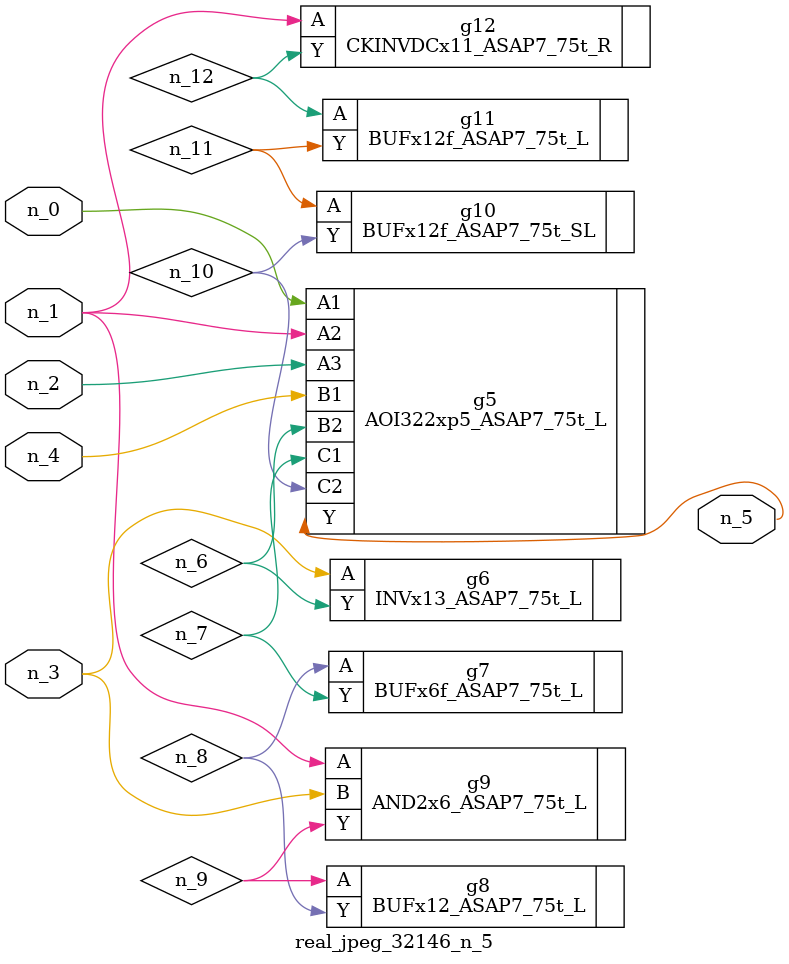
<source format=v>
module real_jpeg_32146_n_5 (n_4, n_0, n_1, n_2, n_3, n_5);

input n_4;
input n_0;
input n_1;
input n_2;
input n_3;

output n_5;

wire n_12;
wire n_8;
wire n_11;
wire n_6;
wire n_7;
wire n_10;
wire n_9;

AOI322xp5_ASAP7_75t_L g5 ( 
.A1(n_0),
.A2(n_1),
.A3(n_2),
.B1(n_4),
.B2(n_6),
.C1(n_7),
.C2(n_10),
.Y(n_5)
);

AND2x6_ASAP7_75t_L g9 ( 
.A(n_1),
.B(n_3),
.Y(n_9)
);

CKINVDCx11_ASAP7_75t_R g12 ( 
.A(n_1),
.Y(n_12)
);

INVx13_ASAP7_75t_L g6 ( 
.A(n_3),
.Y(n_6)
);

BUFx6f_ASAP7_75t_L g7 ( 
.A(n_8),
.Y(n_7)
);

BUFx12_ASAP7_75t_L g8 ( 
.A(n_9),
.Y(n_8)
);

BUFx12f_ASAP7_75t_SL g10 ( 
.A(n_11),
.Y(n_10)
);

BUFx12f_ASAP7_75t_L g11 ( 
.A(n_12),
.Y(n_11)
);


endmodule
</source>
